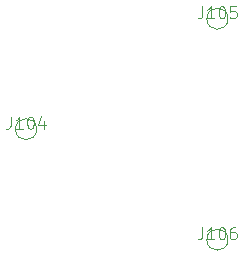
<source format=gbr>
%TF.GenerationSoftware,KiCad,Pcbnew,7.0.10*%
%TF.CreationDate,2024-03-15T11:40:28-04:00*%
%TF.ProjectId,new_base_inner,6e65775f-6261-4736-955f-696e6e65722e,rev?*%
%TF.SameCoordinates,Original*%
%TF.FileFunction,Legend,Top*%
%TF.FilePolarity,Positive*%
%FSLAX46Y46*%
G04 Gerber Fmt 4.6, Leading zero omitted, Abs format (unit mm)*
G04 Created by KiCad (PCBNEW 7.0.10) date 2024-03-15 11:40:28*
%MOMM*%
%LPD*%
G01*
G04 APERTURE LIST*
%ADD10C,0.100000*%
G04 APERTURE END LIST*
D10*
X37914285Y-48957419D02*
X37914285Y-49671704D01*
X37914285Y-49671704D02*
X37866666Y-49814561D01*
X37866666Y-49814561D02*
X37771428Y-49909800D01*
X37771428Y-49909800D02*
X37628571Y-49957419D01*
X37628571Y-49957419D02*
X37533333Y-49957419D01*
X38914285Y-49957419D02*
X38342857Y-49957419D01*
X38628571Y-49957419D02*
X38628571Y-48957419D01*
X38628571Y-48957419D02*
X38533333Y-49100276D01*
X38533333Y-49100276D02*
X38438095Y-49195514D01*
X38438095Y-49195514D02*
X38342857Y-49243133D01*
X39533333Y-48957419D02*
X39628571Y-48957419D01*
X39628571Y-48957419D02*
X39723809Y-49005038D01*
X39723809Y-49005038D02*
X39771428Y-49052657D01*
X39771428Y-49052657D02*
X39819047Y-49147895D01*
X39819047Y-49147895D02*
X39866666Y-49338371D01*
X39866666Y-49338371D02*
X39866666Y-49576466D01*
X39866666Y-49576466D02*
X39819047Y-49766942D01*
X39819047Y-49766942D02*
X39771428Y-49862180D01*
X39771428Y-49862180D02*
X39723809Y-49909800D01*
X39723809Y-49909800D02*
X39628571Y-49957419D01*
X39628571Y-49957419D02*
X39533333Y-49957419D01*
X39533333Y-49957419D02*
X39438095Y-49909800D01*
X39438095Y-49909800D02*
X39390476Y-49862180D01*
X39390476Y-49862180D02*
X39342857Y-49766942D01*
X39342857Y-49766942D02*
X39295238Y-49576466D01*
X39295238Y-49576466D02*
X39295238Y-49338371D01*
X39295238Y-49338371D02*
X39342857Y-49147895D01*
X39342857Y-49147895D02*
X39390476Y-49052657D01*
X39390476Y-49052657D02*
X39438095Y-49005038D01*
X39438095Y-49005038D02*
X39533333Y-48957419D01*
X40723809Y-49290752D02*
X40723809Y-49957419D01*
X40485714Y-48909800D02*
X40247619Y-49624085D01*
X40247619Y-49624085D02*
X40866666Y-49624085D01*
X54114285Y-58310419D02*
X54114285Y-59024704D01*
X54114285Y-59024704D02*
X54066666Y-59167561D01*
X54066666Y-59167561D02*
X53971428Y-59262800D01*
X53971428Y-59262800D02*
X53828571Y-59310419D01*
X53828571Y-59310419D02*
X53733333Y-59310419D01*
X55114285Y-59310419D02*
X54542857Y-59310419D01*
X54828571Y-59310419D02*
X54828571Y-58310419D01*
X54828571Y-58310419D02*
X54733333Y-58453276D01*
X54733333Y-58453276D02*
X54638095Y-58548514D01*
X54638095Y-58548514D02*
X54542857Y-58596133D01*
X55733333Y-58310419D02*
X55828571Y-58310419D01*
X55828571Y-58310419D02*
X55923809Y-58358038D01*
X55923809Y-58358038D02*
X55971428Y-58405657D01*
X55971428Y-58405657D02*
X56019047Y-58500895D01*
X56019047Y-58500895D02*
X56066666Y-58691371D01*
X56066666Y-58691371D02*
X56066666Y-58929466D01*
X56066666Y-58929466D02*
X56019047Y-59119942D01*
X56019047Y-59119942D02*
X55971428Y-59215180D01*
X55971428Y-59215180D02*
X55923809Y-59262800D01*
X55923809Y-59262800D02*
X55828571Y-59310419D01*
X55828571Y-59310419D02*
X55733333Y-59310419D01*
X55733333Y-59310419D02*
X55638095Y-59262800D01*
X55638095Y-59262800D02*
X55590476Y-59215180D01*
X55590476Y-59215180D02*
X55542857Y-59119942D01*
X55542857Y-59119942D02*
X55495238Y-58929466D01*
X55495238Y-58929466D02*
X55495238Y-58691371D01*
X55495238Y-58691371D02*
X55542857Y-58500895D01*
X55542857Y-58500895D02*
X55590476Y-58405657D01*
X55590476Y-58405657D02*
X55638095Y-58358038D01*
X55638095Y-58358038D02*
X55733333Y-58310419D01*
X56923809Y-58310419D02*
X56733333Y-58310419D01*
X56733333Y-58310419D02*
X56638095Y-58358038D01*
X56638095Y-58358038D02*
X56590476Y-58405657D01*
X56590476Y-58405657D02*
X56495238Y-58548514D01*
X56495238Y-58548514D02*
X56447619Y-58738990D01*
X56447619Y-58738990D02*
X56447619Y-59119942D01*
X56447619Y-59119942D02*
X56495238Y-59215180D01*
X56495238Y-59215180D02*
X56542857Y-59262800D01*
X56542857Y-59262800D02*
X56638095Y-59310419D01*
X56638095Y-59310419D02*
X56828571Y-59310419D01*
X56828571Y-59310419D02*
X56923809Y-59262800D01*
X56923809Y-59262800D02*
X56971428Y-59215180D01*
X56971428Y-59215180D02*
X57019047Y-59119942D01*
X57019047Y-59119942D02*
X57019047Y-58881847D01*
X57019047Y-58881847D02*
X56971428Y-58786609D01*
X56971428Y-58786609D02*
X56923809Y-58738990D01*
X56923809Y-58738990D02*
X56828571Y-58691371D01*
X56828571Y-58691371D02*
X56638095Y-58691371D01*
X56638095Y-58691371D02*
X56542857Y-58738990D01*
X56542857Y-58738990D02*
X56495238Y-58786609D01*
X56495238Y-58786609D02*
X56447619Y-58881847D01*
X54114285Y-39604419D02*
X54114285Y-40318704D01*
X54114285Y-40318704D02*
X54066666Y-40461561D01*
X54066666Y-40461561D02*
X53971428Y-40556800D01*
X53971428Y-40556800D02*
X53828571Y-40604419D01*
X53828571Y-40604419D02*
X53733333Y-40604419D01*
X55114285Y-40604419D02*
X54542857Y-40604419D01*
X54828571Y-40604419D02*
X54828571Y-39604419D01*
X54828571Y-39604419D02*
X54733333Y-39747276D01*
X54733333Y-39747276D02*
X54638095Y-39842514D01*
X54638095Y-39842514D02*
X54542857Y-39890133D01*
X55733333Y-39604419D02*
X55828571Y-39604419D01*
X55828571Y-39604419D02*
X55923809Y-39652038D01*
X55923809Y-39652038D02*
X55971428Y-39699657D01*
X55971428Y-39699657D02*
X56019047Y-39794895D01*
X56019047Y-39794895D02*
X56066666Y-39985371D01*
X56066666Y-39985371D02*
X56066666Y-40223466D01*
X56066666Y-40223466D02*
X56019047Y-40413942D01*
X56019047Y-40413942D02*
X55971428Y-40509180D01*
X55971428Y-40509180D02*
X55923809Y-40556800D01*
X55923809Y-40556800D02*
X55828571Y-40604419D01*
X55828571Y-40604419D02*
X55733333Y-40604419D01*
X55733333Y-40604419D02*
X55638095Y-40556800D01*
X55638095Y-40556800D02*
X55590476Y-40509180D01*
X55590476Y-40509180D02*
X55542857Y-40413942D01*
X55542857Y-40413942D02*
X55495238Y-40223466D01*
X55495238Y-40223466D02*
X55495238Y-39985371D01*
X55495238Y-39985371D02*
X55542857Y-39794895D01*
X55542857Y-39794895D02*
X55590476Y-39699657D01*
X55590476Y-39699657D02*
X55638095Y-39652038D01*
X55638095Y-39652038D02*
X55733333Y-39604419D01*
X56971428Y-39604419D02*
X56495238Y-39604419D01*
X56495238Y-39604419D02*
X56447619Y-40080609D01*
X56447619Y-40080609D02*
X56495238Y-40032990D01*
X56495238Y-40032990D02*
X56590476Y-39985371D01*
X56590476Y-39985371D02*
X56828571Y-39985371D01*
X56828571Y-39985371D02*
X56923809Y-40032990D01*
X56923809Y-40032990D02*
X56971428Y-40080609D01*
X56971428Y-40080609D02*
X57019047Y-40175847D01*
X57019047Y-40175847D02*
X57019047Y-40413942D01*
X57019047Y-40413942D02*
X56971428Y-40509180D01*
X56971428Y-40509180D02*
X56923809Y-40556800D01*
X56923809Y-40556800D02*
X56828571Y-40604419D01*
X56828571Y-40604419D02*
X56590476Y-40604419D01*
X56590476Y-40604419D02*
X56495238Y-40556800D01*
X56495238Y-40556800D02*
X56447619Y-40509180D01*
%TO.C,J104*%
X40098026Y-50000000D02*
G75*
G03*
X38301974Y-50000000I-898026J0D01*
G01*
X38301974Y-50000000D02*
G75*
G03*
X40098026Y-50000000I898026J0D01*
G01*
%TO.C,J106*%
X56298026Y-59353000D02*
G75*
G03*
X54501974Y-59353000I-898026J0D01*
G01*
X54501974Y-59353000D02*
G75*
G03*
X56298026Y-59353000I898026J0D01*
G01*
%TO.C,J105*%
X56298026Y-40647000D02*
G75*
G03*
X54501974Y-40647000I-898026J0D01*
G01*
X54501974Y-40647000D02*
G75*
G03*
X56298026Y-40647000I898026J0D01*
G01*
%TD*%
M02*

</source>
